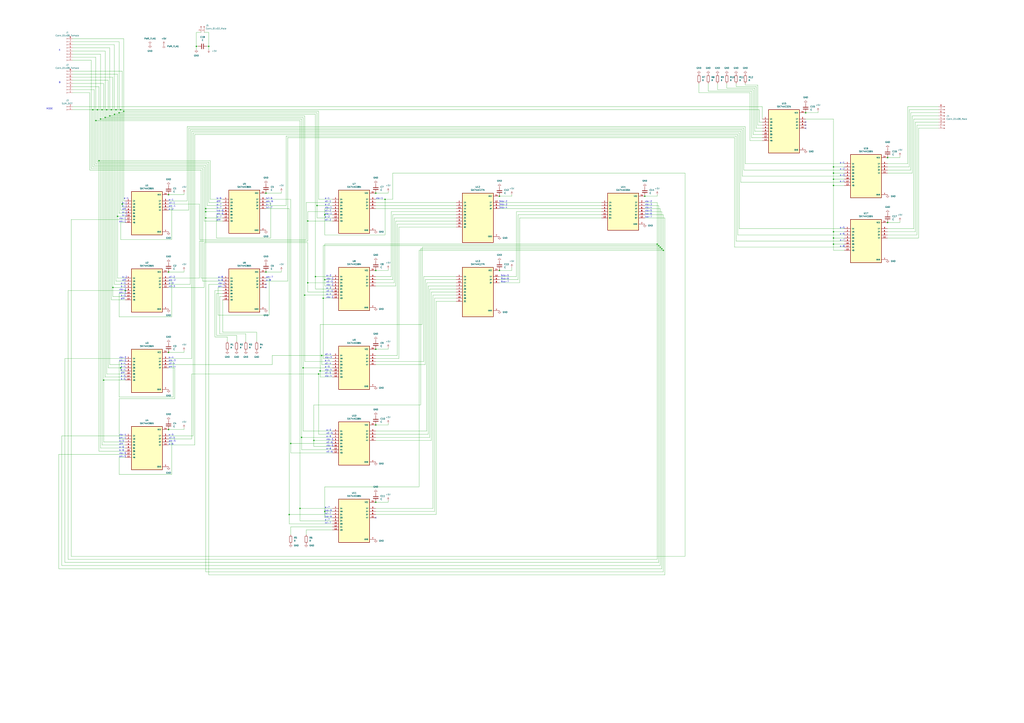
<source format=kicad_sch>
(kicad_sch (version 20211123) (generator eeschema)
  (paper "A1")
  (junction (at 257.81 361.95))
  (junction (at 99.06 302.26))
  (junction (at 544.83 205.74))
  (junction (at 93.98 93.98))
  (junction (at 250.19 242.57))
  (junction (at 266.7 420.37))
  (junction (at 95.25 90.17))
  (junction (at 262.89 304.8))
  (junction (at 91.44 90.17))
  (junction (at 308.61 287.02))
  (junction (at 728.98 182.88))
  (junction (at 684.53 190.5))
  (junction (at 266.7 176.53))
  (junction (at 138.43 353.06))
  (junction (at 76.2 90.17))
  (junction (at 542.29 203.2))
  (junction (at 161.29 38.1))
  (junction (at 168.91 173.99))
  (junction (at 80.01 90.17))
  (junction (at 265.43 245.11))
  (junction (at 81.28 132.08))
  (junction (at 684.53 195.58))
  (junction (at 541.02 201.93))
  (junction (at 308.61 349.25))
  (junction (at 684.53 147.32))
  (junction (at 252.73 232.41))
  (junction (at 86.36 96.52))
  (junction (at 78.74 99.06))
  (junction (at 90.17 95.25))
  (junction (at 266.7 229.87))
  (junction (at 138.43 289.56))
  (junction (at 138.43 223.52))
  (junction (at 728.98 129.54))
  (junction (at 684.53 152.4))
  (junction (at 529.59 161.29))
  (junction (at 539.75 200.66))
  (junction (at 264.16 292.1))
  (junction (at 684.53 137.16))
  (junction (at 138.43 160.02))
  (junction (at 259.08 227.33))
  (junction (at 410.21 222.25))
  (junction (at 308.61 412.75))
  (junction (at 85.09 312.42))
  (junction (at 168.91 171.45))
  (junction (at 96.52 177.8))
  (junction (at 308.61 158.75))
  (junction (at 543.56 204.47))
  (junction (at 410.21 161.29))
  (junction (at 168.91 179.07))
  (junction (at 101.6 91.44))
  (junction (at 246.38 417.83))
  (junction (at 218.44 223.52))
  (junction (at 100.33 167.64))
  (junction (at 684.53 200.66))
  (junction (at 261.62 307.34))
  (junction (at 82.55 97.79))
  (junction (at 237.49 422.91))
  (junction (at 218.44 158.75))
  (junction (at 247.65 359.41))
  (junction (at 316.23 163.83))
  (junction (at 252.73 181.61))
  (junction (at 308.61 222.25))
  (junction (at 684.53 142.24))
  (junction (at 83.82 90.17))
  (junction (at 92.71 236.22))
  (junction (at 97.79 92.71))
  (junction (at 661.67 92.71))
  (junction (at 102.87 238.76))
  (junction (at 248.92 302.26))
  (junction (at 238.76 364.49))
  (junction (at 87.63 90.17))
  (junction (at 171.45 38.1))
  (junction (at 260.35 168.91))
  (junction (at 99.06 90.17))
  (no_connect (at 661.67 102.87))
  (no_connect (at 661.67 100.33))
  (no_connect (at 661.67 105.41))
  (no_connect (at 218.44 236.22))
  (no_connect (at 308.61 425.45))
  (no_connect (at 218.44 233.68))
  (wire (pts (xy 80.01 133.35) (xy 80.01 90.17)))
  (wire (pts (xy 77.47 135.89) (xy 77.47 73.66)))
  (wire (pts (xy 86.36 309.88) (xy 86.36 96.52)))
  (wire (pts (xy 87.63 90.17) (xy 91.44 90.17)))
  (wire (pts (xy 542.29 464.82) (xy 542.29 203.2)))
  (wire (pts (xy 95.25 90.17) (xy 99.06 90.17)))
  (wire (pts (xy 85.09 68.58) (xy 59.69 68.58)))
  (wire (pts (xy 346.71 266.7) (xy 262.89 266.7)))
  (wire (pts (xy 544.83 176.53) (xy 544.83 205.74)))
  (wire (pts (xy 316.23 163.83) (xy 316.23 193.04)))
  (wire (pts (xy 161.29 38.1) (xy 161.29 40.64)))
  (wire (pts (xy 251.46 196.85) (xy 251.46 166.37)))
  (wire (pts (xy 273.05 356.87) (xy 261.62 356.87)))
  (wire (pts (xy 746.76 90.17) (xy 770.89 90.17)))
  (wire (pts (xy 626.11 102.87) (xy 622.3 102.87)))
  (wire (pts (xy 426.72 232.41) (xy 426.72 179.07)))
  (wire (pts (xy 99.06 182.88) (xy 102.87 182.88)))
  (wire (pts (xy 165.1 228.6) (xy 165.1 139.7)))
  (wire (pts (xy 234.95 111.76) (xy 604.52 111.76)))
  (wire (pts (xy 321.31 173.99) (xy 374.65 173.99)))
  (wire (pts (xy 74.93 49.53) (xy 59.69 49.53)))
  (wire (pts (xy 318.77 411.48) (xy 318.77 412.75)))
  (wire (pts (xy 612.14 134.62) (xy 693.42 134.62)))
  (wire (pts (xy 608.33 149.86) (xy 693.42 149.86)))
  (wire (pts (xy 749.3 95.25) (xy 770.89 95.25)))
  (wire (pts (xy 753.11 193.04) (xy 753.11 102.87)))
  (wire (pts (xy 180.34 274.32) (xy 201.93 274.32)))
  (wire (pts (xy 728.98 142.24) (xy 749.3 142.24)))
  (wire (pts (xy 82.55 368.3) (xy 82.55 97.79)))
  (wire (pts (xy 223.52 299.72) (xy 138.43 299.72)))
  (wire (pts (xy 326.39 184.15) (xy 374.65 184.15)))
  (wire (pts (xy 140.97 260.35) (xy 97.79 260.35)))
  (wire (pts (xy 102.87 243.84) (xy 92.71 243.84)))
  (wire (pts (xy 78.74 99.06) (xy 78.74 46.99)))
  (wire (pts (xy 102.87 363.22) (xy 85.09 363.22)))
  (wire (pts (xy 102.87 365.76) (xy 83.82 365.76)))
  (wire (pts (xy 55.88 238.76) (xy 55.88 459.74)))
  (wire (pts (xy 257.81 332.74) (xy 257.81 361.95)))
  (wire (pts (xy 605.79 193.04) (xy 693.42 193.04)))
  (wire (pts (xy 97.79 360.68) (xy 102.87 360.68)))
  (wire (pts (xy 541.02 168.91) (xy 541.02 201.93)))
  (wire (pts (xy 247.65 97.79) (xy 82.55 97.79)))
  (wire (pts (xy 58.42 457.2) (xy 562.61 457.2)))
  (wire (pts (xy 529.59 173.99) (xy 543.56 173.99)))
  (wire (pts (xy 171.45 26.67) (xy 171.45 38.1)))
  (wire (pts (xy 543.56 173.99) (xy 543.56 204.47)))
  (wire (pts (xy 138.43 363.22) (xy 140.97 363.22)))
  (wire (pts (xy 157.48 107.95) (xy 608.33 107.95)))
  (wire (pts (xy 308.61 354.33) (xy 350.52 354.33)))
  (wire (pts (xy 163.83 167.64) (xy 163.83 196.85)))
  (wire (pts (xy 248.92 354.33) (xy 248.92 302.26)))
  (wire (pts (xy 172.72 163.83) (xy 172.72 132.08)))
  (wire (pts (xy 420.37 219.71) (xy 420.37 222.25)))
  (wire (pts (xy 541.02 201.93) (xy 265.43 201.93)))
  (wire (pts (xy 138.43 360.68) (xy 157.48 360.68)))
  (wire (pts (xy 539.75 161.29) (xy 529.59 161.29)))
  (wire (pts (xy 562.61 142.24) (xy 322.58 142.24)))
  (wire (pts (xy 91.44 90.17) (xy 95.25 90.17)))
  (wire (pts (xy 684.53 147.32) (xy 693.42 147.32)))
  (wire (pts (xy 81.28 370.84) (xy 81.28 132.08)))
  (wire (pts (xy 621.03 71.12) (xy 604.52 71.12)))
  (wire (pts (xy 609.6 144.78) (xy 693.42 144.78)))
  (wire (pts (xy 259.08 227.33) (xy 259.08 93.98)))
  (wire (pts (xy 273.05 425.45) (xy 266.7 425.45)))
  (wire (pts (xy 97.79 175.26) (xy 97.79 92.71)))
  (wire (pts (xy 273.05 354.33) (xy 248.92 354.33)))
  (wire (pts (xy 151.13 288.29) (xy 151.13 289.56)))
  (wire (pts (xy 172.72 132.08) (xy 81.28 132.08)))
  (wire (pts (xy 543.56 467.36) (xy 543.56 204.47)))
  (wire (pts (xy 163.83 196.85) (xy 251.46 196.85)))
  (wire (pts (xy 544.83 205.74) (xy 344.17 205.74)))
  (wire (pts (xy 542.29 171.45) (xy 542.29 203.2)))
  (wire (pts (xy 138.43 165.1) (xy 153.67 165.1)))
  (wire (pts (xy 273.05 433.07) (xy 238.76 433.07)))
  (wire (pts (xy 138.43 172.72) (xy 154.94 172.72)))
  (wire (pts (xy 610.87 105.41) (xy 610.87 139.7)))
  (wire (pts (xy 539.75 459.74) (xy 539.75 200.66)))
  (wire (pts (xy 308.61 292.1) (xy 326.39 292.1)))
  (wire (pts (xy 102.87 309.88) (xy 86.36 309.88)))
  (wire (pts (xy 259.08 237.49) (xy 259.08 227.33)))
  (wire (pts (xy 102.87 299.72) (xy 90.17 299.72)))
  (wire (pts (xy 608.33 107.95) (xy 608.33 149.86)))
  (wire (pts (xy 260.35 92.71) (xy 97.79 92.71)))
  (wire (pts (xy 308.61 297.18) (xy 347.98 297.18)))
  (wire (pts (xy 102.87 238.76) (xy 55.88 238.76)))
  (wire (pts (xy 252.73 173.99) (xy 273.05 173.99)))
  (wire (pts (xy 318.77 222.25) (xy 308.61 222.25)))
  (wire (pts (xy 542.29 203.2) (xy 346.71 203.2)))
  (wire (pts (xy 220.98 259.08) (xy 179.07 259.08)))
  (wire (pts (xy 252.73 240.03) (xy 252.73 232.41)))
  (wire (pts (xy 615.95 115.57) (xy 615.95 76.2)))
  (wire (pts (xy 684.53 142.24) (xy 693.42 142.24)))
  (wire (pts (xy 684.53 190.5) (xy 684.53 195.58)))
  (wire (pts (xy 157.48 307.34) (xy 261.62 307.34)))
  (wire (pts (xy 166.37 138.43) (xy 166.37 231.14)))
  (wire (pts (xy 251.46 166.37) (xy 273.05 166.37)))
  (wire (pts (xy 102.87 175.26) (xy 97.79 175.26)))
  (wire (pts (xy 426.72 179.07) (xy 494.03 179.07)))
  (wire (pts (xy 138.43 302.26) (xy 143.51 302.26)))
  (wire (pts (xy 273.05 237.49) (xy 259.08 237.49)))
  (wire (pts (xy 101.6 31.75) (xy 59.69 31.75)))
  (wire (pts (xy 138.43 231.14) (xy 140.97 231.14)))
  (wire (pts (xy 250.19 297.18) (xy 250.19 242.57)))
  (wire (pts (xy 138.43 236.22) (xy 167.64 236.22)))
  (wire (pts (xy 739.14 182.88) (xy 728.98 182.88)))
  (wire (pts (xy 410.21 227.33) (xy 424.18 227.33)))
  (wire (pts (xy 619.76 107.95) (xy 619.76 72.39)))
  (wire (pts (xy 97.79 375.92) (xy 102.87 375.92)))
  (wire (pts (xy 82.55 44.45) (xy 59.69 44.45)))
  (wire (pts (xy 59.69 87.63) (xy 626.11 87.63)))
  (wire (pts (xy 693.42 195.58) (xy 684.53 195.58)))
  (wire (pts (xy 138.43 228.6) (xy 163.83 228.6)))
  (wire (pts (xy 410.21 232.41) (xy 426.72 232.41)))
  (wire (pts (xy 308.61 171.45) (xy 374.65 171.45)))
  (wire (pts (xy 182.88 241.3) (xy 177.8 241.3)))
  (wire (pts (xy 308.61 356.87) (xy 351.79 356.87)))
  (wire (pts (xy 168.91 173.99) (xy 168.91 179.07)))
  (wire (pts (xy 182.88 273.05) (xy 210.82 273.05)))
  (wire (pts (xy 322.58 176.53) (xy 374.65 176.53)))
  (wire (pts (xy 222.25 195.58) (xy 177.8 195.58)))
  (wire (pts (xy 170.18 134.62) (xy 78.74 134.62)))
  (wire (pts (xy 622.3 102.87) (xy 622.3 69.85)))
  (wire (pts (xy 728.98 139.7) (xy 748.03 139.7)))
  (wire (pts (xy 138.43 365.76) (xy 160.02 365.76)))
  (wire (pts (xy 102.87 228.6) (xy 96.52 228.6)))
  (wire (pts (xy 92.71 63.5) (xy 59.69 63.5)))
  (wire (pts (xy 166.37 231.14) (xy 182.88 231.14)))
  (wire (pts (xy 59.69 90.17) (xy 76.2 90.17)))
  (wire (pts (xy 182.88 181.61) (xy 167.64 181.61)))
  (wire (pts (xy 603.25 203.2) (xy 693.42 203.2)))
  (wire (pts (xy 618.49 73.66) (xy 589.28 73.66)))
  (wire (pts (xy 261.62 163.83) (xy 261.62 91.44)))
  (wire (pts (xy 610.87 139.7) (xy 693.42 139.7)))
  (wire (pts (xy 182.88 171.45) (xy 168.91 171.45)))
  (wire (pts (xy 539.75 160.02) (xy 539.75 161.29)))
  (wire (pts (xy 344.17 400.05) (xy 266.7 400.05)))
  (wire (pts (xy 177.8 241.3) (xy 177.8 275.59)))
  (wire (pts (xy 93.98 93.98) (xy 93.98 36.83)))
  (wire (pts (xy 410.21 166.37) (xy 494.03 166.37)))
  (wire (pts (xy 541.02 462.28) (xy 541.02 201.93)))
  (wire (pts (xy 82.55 97.79) (xy 82.55 44.45)))
  (wire (pts (xy 222.25 166.37) (xy 222.25 195.58)))
  (wire (pts (xy 262.89 309.88) (xy 262.89 304.8)))
  (wire (pts (xy 308.61 163.83) (xy 316.23 163.83)))
  (wire (pts (xy 167.64 181.61) (xy 167.64 137.16)))
  (wire (pts (xy 589.28 73.66) (xy 589.28 68.58)))
  (wire (pts (xy 247.65 359.41) (xy 247.65 97.79)))
  (wire (pts (xy 581.66 74.93) (xy 581.66 68.58)))
  (wire (pts (xy 671.83 91.44) (xy 671.83 92.71)))
  (wire (pts (xy 273.05 179.07) (xy 260.35 179.07)))
  (wire (pts (xy 167.64 137.16) (xy 76.2 137.16)))
  (wire (pts (xy 250.19 242.57) (xy 250.19 95.25)))
  (wire (pts (xy 99.06 304.8) (xy 99.06 302.26)))
  (wire (pts (xy 273.05 359.41) (xy 247.65 359.41)))
  (wire (pts (xy 85.09 363.22) (xy 85.09 312.42)))
  (wire (pts (xy 745.49 134.62) (xy 745.49 87.63)))
  (wire (pts (xy 308.61 294.64) (xy 327.66 294.64)))
  (wire (pts (xy 236.22 113.03) (xy 603.25 113.03)))
  (wire (pts (xy 604.52 111.76) (xy 604.52 198.12)))
  (wire (pts (xy 58.42 180.34) (xy 102.87 180.34)))
  (wire (pts (xy 684.53 142.24) (xy 684.53 147.32)))
  (wire (pts (xy 626.11 113.03) (xy 617.22 113.03)))
  (wire (pts (xy 684.53 137.16) (xy 684.53 142.24)))
  (wire (pts (xy 410.21 229.87) (xy 425.45 229.87)))
  (wire (pts (xy 273.05 242.57) (xy 250.19 242.57)))
  (wire (pts (xy 751.84 100.33) (xy 770.89 100.33)))
  (wire (pts (xy 273.05 299.72) (xy 264.16 299.72)))
  (wire (pts (xy 246.38 427.99) (xy 246.38 417.83)))
  (wire (pts (xy 154.94 172.72) (xy 154.94 105.41)))
  (wire (pts (xy 754.38 105.41) (xy 770.89 105.41)))
  (wire (pts (xy 210.82 273.05) (xy 210.82 280.67)))
  (wire (pts (xy 273.05 364.49) (xy 238.76 364.49)))
  (wire (pts (xy 97.79 34.29) (xy 59.69 34.29)))
  (wire (pts (xy 157.48 294.64) (xy 157.48 107.95)))
  (wire (pts (xy 48.26 467.36) (xy 543.56 467.36)))
  (wire (pts (xy 102.87 302.26) (xy 99.06 302.26)))
  (wire (pts (xy 273.05 302.26) (xy 248.92 302.26)))
  (wire (pts (xy 745.49 87.63) (xy 770.89 87.63)))
  (wire (pts (xy 425.45 176.53) (xy 494.03 176.53)))
  (wire (pts (xy 92.71 236.22) (xy 92.71 63.5)))
  (wire (pts (xy 59.69 71.12) (xy 81.28 71.12)))
  (wire (pts (xy 182.88 246.38) (xy 182.88 273.05)))
  (wire (pts (xy 182.88 166.37) (xy 171.45 166.37)))
  (wire (pts (xy 308.61 234.95) (xy 325.12 234.95)))
  (wire (pts (xy 165.1 228.6) (xy 182.88 228.6)))
  (wire (pts (xy 684.53 190.5) (xy 693.42 190.5)))
  (wire (pts (xy 265.43 294.64) (xy 265.43 245.11)))
  (wire (pts (xy 182.88 179.07) (xy 168.91 179.07)))
  (wire (pts (xy 168.91 171.45) (xy 168.91 173.99)))
  (wire (pts (xy 739.14 129.54) (xy 728.98 129.54)))
  (wire (pts (xy 318.77 287.02) (xy 308.61 287.02)))
  (wire (pts (xy 101.6 165.1) (xy 101.6 91.44)))
  (wire (pts (xy 102.87 177.8) (xy 96.52 177.8)))
  (wire (pts (xy 617.22 74.93) (xy 581.66 74.93)))
  (wire (pts (xy 166.37 138.43) (xy 74.93 138.43)))
  (wire (pts (xy 748.03 92.71) (xy 770.89 92.71)))
  (wire (pts (xy 151.13 222.25) (xy 151.13 223.52)))
  (wire (pts (xy 231.14 222.25) (xy 231.14 223.52)))
  (wire (pts (xy 323.85 179.07) (xy 374.65 179.07)))
  (wire (pts (xy 266.7 425.45) (xy 266.7 420.37)))
  (wire (pts (xy 612.14 104.14) (xy 612.14 134.62)))
  (wire (pts (xy 248.92 96.52) (xy 86.36 96.52)))
  (wire (pts (xy 140.97 196.85) (xy 99.06 196.85)))
  (wire (pts (xy 161.29 26.67) (xy 161.29 38.1)))
  (wire (pts (xy 273.05 294.64) (xy 265.43 294.64)))
  (wire (pts (xy 99.06 302.26) (xy 88.9 302.26)))
  (wire (pts (xy 264.16 299.72) (xy 264.16 292.1)))
  (wire (pts (xy 356.87 245.11) (xy 374.65 245.11)))
  (wire (pts (xy 218.44 231.14) (xy 236.22 231.14)))
  (wire (pts (xy 420.37 161.29) (xy 410.21 161.29)))
  (wire (pts (xy 546.1 472.44) (xy 546.1 179.07)))
  (wire (pts (xy 266.7 200.66) (xy 539.75 200.66)))
  (wire (pts (xy 74.93 138.43) (xy 74.93 49.53)))
  (wire (pts (xy 273.05 369.57) (xy 247.65 369.57)))
  (wire (pts (xy 308.61 359.41) (xy 353.06 359.41)))
  (wire (pts (xy 358.14 422.91) (xy 358.14 247.65)))
  (wire (pts (xy 622.3 69.85) (xy 612.14 69.85)))
  (wire (pts (xy 326.39 292.1) (xy 326.39 184.15)))
  (wire (pts (xy 410.21 171.45) (xy 494.03 171.45)))
  (wire (pts (xy 90.17 39.37) (xy 59.69 39.37)))
  (wire (pts (xy 102.87 312.42) (xy 85.09 312.42)))
  (wire (pts (xy 349.25 299.72) (xy 349.25 229.87)))
  (wire (pts (xy 349.25 229.87) (xy 374.65 229.87)))
  (wire (pts (xy 728.98 193.04) (xy 753.11 193.04)))
  (wire (pts (xy 607.06 187.96) (xy 693.42 187.96)))
  (wire (pts (xy 87.63 307.34) (xy 87.63 90.17)))
  (wire (pts (xy 273.05 227.33) (xy 259.08 227.33)))
  (wire (pts (xy 260.35 179.07) (xy 260.35 168.91)))
  (wire (pts (xy 186.69 276.86) (xy 186.69 280.67)))
  (wire (pts (xy 750.57 97.79) (xy 770.89 97.79)))
  (wire (pts (xy 83.82 90.17) (xy 83.82 365.76)))
  (wire (pts (xy 167.64 26.67) (xy 171.45 26.67)))
  (wire (pts (xy 247.65 369.57) (xy 247.65 359.41)))
  (wire (pts (xy 165.1 139.7) (xy 73.66 139.7)))
  (wire (pts (xy 684.53 152.4) (xy 693.42 152.4)))
  (wire (pts (xy 142.24 297.18) (xy 142.24 326.39)))
  (wire (pts (xy 356.87 420.37) (xy 356.87 245.11)))
  (wire (pts (xy 93.98 233.68) (xy 93.98 93.98)))
  (wire (pts (xy 266.7 176.53) (xy 273.05 176.53)))
  (wire (pts (xy 73.66 76.2) (xy 59.69 76.2)))
  (wire (pts (xy 100.33 170.18) (xy 100.33 167.64)))
  (wire (pts (xy 167.64 236.22) (xy 167.64 199.39)))
  (wire (pts (xy 617.22 113.03) (xy 617.22 74.93)))
  (wire (pts (xy 53.34 294.64) (xy 53.34 462.28)))
  (wire (pts (xy 252.73 181.61) (xy 252.73 173.99)))
  (wire (pts (xy 351.79 356.87) (xy 351.79 234.95)))
  (wire (pts (xy 76.2 90.17) (xy 80.01 90.17)))
  (wire (pts (xy 308.61 420.37) (xy 356.87 420.37)))
  (wire (pts (xy 160.02 365.76) (xy 160.02 110.49)))
  (wire (pts (xy 151.13 158.75) (xy 151.13 160.02)))
  (wire (pts (xy 182.88 168.91) (xy 170.18 168.91)))
  (wire (pts (xy 355.6 242.57) (xy 374.65 242.57)))
  (wire (pts (xy 55.88 459.74) (xy 539.75 459.74)))
  (wire (pts (xy 273.05 229.87) (xy 266.7 229.87)))
  (wire (pts (xy 237.49 430.53) (xy 237.49 422.91)))
  (wire (pts (xy 99.06 90.17) (xy 623.57 90.17)))
  (wire (pts (xy 603.25 113.03) (xy 603.25 203.2)))
  (wire (pts (xy 194.31 275.59) (xy 194.31 280.67)))
  (wire (pts (xy 59.69 41.91) (xy 86.36 41.91)))
  (wire (pts (xy 218.44 228.6) (xy 220.98 228.6)))
  (wire (pts (xy 308.61 166.37) (xy 374.65 166.37)))
  (wire (pts (xy 170.18 38.1) (xy 171.45 38.1)))
  (wire (pts (xy 318.77 220.98) (xy 318.77 222.25)))
  (wire (pts (xy 182.88 243.84) (xy 180.34 243.84)))
  (wire (pts (xy 684.53 200.66) (xy 684.53 205.74)))
  (wire (pts (xy 171.45 133.35) (xy 80.01 133.35)))
  (wire (pts (xy 529.59 168.91) (xy 541.02 168.91)))
  (wire (pts (xy 138.43 167.64) (xy 163.83 167.64)))
  (wire (pts (xy 619.76 72.39) (xy 596.9 72.39)))
  (wire (pts (xy 156.21 233.68) (xy 156.21 106.68)))
  (wire (pts (xy 140.97 231.14) (xy 140.97 260.35)))
  (wire (pts (xy 750.57 187.96) (xy 750.57 97.79)))
  (wire (pts (xy 539.75 166.37) (xy 529.59 166.37)))
  (wire (pts (xy 154.94 105.41) (xy 610.87 105.41)))
  (wire (pts (xy 318.77 347.98) (xy 318.77 349.25)))
  (wire (pts (xy 273.05 422.91) (xy 237.49 422.91)))
  (wire (pts (xy 273.05 234.95) (xy 266.7 234.95)))
  (wire (pts (xy 266.7 193.04) (xy 266.7 176.53)))
  (wire (pts (xy 261.62 356.87) (xy 261.62 307.34)))
  (wire (pts (xy 273.05 163.83) (xy 261.62 163.83)))
  (wire (pts (xy 261.62 91.44) (xy 101.6 91.44)))
  (wire (pts (xy 347.98 297.18) (xy 347.98 227.33)))
  (wire (pts (xy 609.6 106.68) (xy 609.6 144.78)))
  (wire (pts (xy 73.66 139.7) (xy 73.66 76.2)))
  (wire (pts (xy 102.87 368.3) (xy 82.55 368.3)))
  (wire (pts (xy 626.11 110.49) (xy 618.49 110.49)))
  (wire (pts (xy 162.56 38.1) (xy 161.29 38.1)))
  (wire (pts (xy 231.14 157.48) (xy 231.14 158.75)))
  (wire (pts (xy 684.53 205.74) (xy 693.42 205.74)))
  (wire (pts (xy 318.77 412.75) (xy 308.61 412.75)))
  (wire (pts (xy 177.8 195.58) (xy 177.8 176.53)))
  (wire (pts (xy 237.49 171.45) (xy 218.44 171.45)))
  (wire (pts (xy 739.14 128.27) (xy 739.14 129.54)))
  (wire (pts (xy 177.8 176.53) (xy 182.88 176.53)))
  (wire (pts (xy 420.37 160.02) (xy 420.37 161.29)))
  (wire (pts (xy 529.59 171.45) (xy 542.29 171.45)))
  (wire (pts (xy 273.05 292.1) (xy 264.16 292.1)))
  (wire (pts (xy 238.76 433.07) (xy 238.76 439.42)))
  (wire (pts (xy 322.58 163.83) (xy 316.23 163.83)))
  (wire (pts (xy 179.07 259.08) (xy 179.07 236.22)))
  (wire (pts (xy 165.1 26.67) (xy 161.29 26.67)))
  (wire (pts (xy 138.43 223.52) (xy 151.13 223.52)))
  (wire (pts (xy 234.95 168.91) (xy 234.95 111.76)))
  (wire (pts (xy 265.43 201.93) (xy 265.43 245.11)))
  (wire (pts (xy 238.76 364.49) (xy 238.76 163.83)))
  (wire (pts (xy 273.05 309.88) (xy 262.89 309.88)))
  (wire (pts (xy 96.52 177.8) (xy 96.52 60.96)))
  (wire (pts (xy 95.25 90.17) (xy 95.25 231.14)))
  (wire (pts (xy 607.06 109.22) (xy 607.06 187.96)))
  (wire (pts (xy 93.98 36.83) (xy 59.69 36.83)))
  (wire (pts (xy 273.05 430.53) (xy 237.49 430.53)))
  (wire (pts (xy 266.7 400.05) (xy 266.7 420.37)))
  (wire (pts (xy 684.53 152.4) (xy 684.53 190.5)))
  (wire (pts (xy 171.45 472.44) (xy 546.1 472.44)))
  (wire (pts (xy 163.83 228.6) (xy 163.83 198.12)))
  (wire (pts (xy 48.26 373.38) (xy 48.26 467.36)))
  (wire (pts (xy 160.02 110.49) (xy 605.79 110.49)))
  (wire (pts (xy 246.38 99.06) (xy 78.74 99.06)))
  (wire (pts (xy 238.76 372.11) (xy 238.76 364.49)))
  (wire (pts (xy 99.06 90.17) (xy 99.06 172.72)))
  (wire (pts (xy 748.03 139.7) (xy 748.03 92.71)))
  (wire (pts (xy 102.87 304.8) (xy 99.06 304.8)))
  (wire (pts (xy 596.9 72.39) (xy 596.9 68.58)))
  (wire (pts (xy 327.66 294.64) (xy 327.66 186.69)))
  (wire (pts (xy 100.33 58.42) (xy 59.69 58.42)))
  (wire (pts (xy 158.75 358.14) (xy 158.75 109.22)))
  (wire (pts (xy 81.28 132.08) (xy 81.28 71.12)))
  (wire (pts (xy 140.97 363.22) (xy 140.97 389.89)))
  (wire (pts (xy 140.97 170.18) (xy 140.97 196.85)))
  (wire (pts (xy 626.11 105.41) (xy 621.03 105.41)))
  (wire (pts (xy 102.87 167.64) (xy 100.33 167.64)))
  (wire (pts (xy 739.14 181.61) (xy 739.14 182.88)))
  (wire (pts (xy 250.19 95.25) (xy 90.17 95.25)))
  (wire (pts (xy 728.98 134.62) (xy 745.49 134.62)))
  (wire (pts (xy 252.73 198.12) (xy 252.73 181.61)))
  (wire (pts (xy 50.8 464.82) (xy 542.29 464.82)))
  (wire (pts (xy 273.05 297.18) (xy 250.19 297.18)))
  (wire (pts (xy 325.12 234.95) (xy 325.12 181.61)))
  (wire (pts (xy 218.44 158.75) (xy 231.14 158.75)))
  (wire (pts (xy 316.23 193.04) (xy 266.7 193.04)))
  (wire (pts (xy 252.73 199.39) (xy 252.73 232.41)))
  (wire (pts (xy 238.76 163.83) (xy 218.44 163.83)))
  (wire (pts (xy 168.91 171.45) (xy 168.91 135.89)))
  (wire (pts (xy 138.43 358.14) (xy 158.75 358.14)))
  (wire (pts (xy 353.06 359.41) (xy 353.06 237.49)))
  (wire (pts (xy 345.44 332.74) (xy 257.81 332.74)))
  (wire (pts (xy 751.84 190.5) (xy 751.84 100.33)))
  (wire (pts (xy 257.81 361.95) (xy 273.05 361.95)))
  (wire (pts (xy 182.88 163.83) (xy 172.72 163.83)))
  (wire (pts (xy 318.77 157.48) (xy 318.77 158.75)))
  (wire (pts (xy 684.53 200.66) (xy 693.42 200.66)))
  (wire (pts (xy 53.34 294.64) (xy 102.87 294.64)))
  (wire (pts (xy 754.38 195.58) (xy 754.38 105.41)))
  (wire (pts (xy 273.05 168.91) (xy 260.35 168.91)))
  (wire (pts (xy 76.2 137.16) (xy 76.2 90.17)))
  (wire (pts (xy 273.05 367.03) (xy 257.81 367.03)))
  (wire (pts (xy 308.61 422.91) (xy 358.14 422.91)))
  (wire (pts (xy 220.98 228.6) (xy 220.98 259.08)))
  (wire (pts (xy 156.21 106.68) (xy 609.6 106.68)))
  (wire (pts (xy 86.36 96.52) (xy 86.36 41.91)))
  (wire (pts (xy 266.7 420.37) (xy 273.05 420.37)))
  (wire (pts (xy 50.8 358.14) (xy 50.8 464.82)))
  (wire (pts (xy 97.79 389.89) (xy 97.79 375.92)))
  (wire (pts (xy 266.7 229.87) (xy 266.7 200.66)))
  (wire (pts (xy 424.18 227.33) (xy 424.18 173.99)))
  (wire (pts (xy 424.18 173.99) (xy 494.03 173.99)))
  (wire (pts (xy 85.09 312.42) (xy 85.09 68.58)))
  (wire (pts (xy 308.61 299.72) (xy 349.25 299.72)))
  (wire (pts (xy 97.79 241.3) (xy 102.87 241.3)))
  (wire (pts (xy 262.89 304.8) (xy 273.05 304.8)))
  (wire (pts (xy 266.7 176.53) (xy 266.7 171.45)))
  (wire (pts (xy 182.88 238.76) (xy 176.53 238.76)))
  (wire (pts (xy 157.48 360.68) (xy 157.48 307.34)))
  (wire (pts (xy 350.52 232.41) (xy 374.65 232.41)))
  (wire (pts (xy 97.79 260.35) (xy 97.79 241.3)))
  (wire (pts (xy 543.56 204.47) (xy 345.44 204.47)))
  (wire (pts (xy 237.49 422.91) (xy 237.49 171.45)))
  (wire (pts (xy 684.53 195.58) (xy 684.53 200.66)))
  (wire (pts (xy 308.61 168.91) (xy 374.65 168.91)))
  (wire (pts (xy 318.77 158.75) (xy 308.61 158.75)))
  (wire (pts (xy 218.44 168.91) (xy 234.95 168.91)))
  (wire (pts (xy 661.67 97.79) (xy 684.53 97.79)))
  (wire (pts (xy 102.87 373.38) (xy 48.26 373.38)))
  (wire (pts (xy 102.87 165.1) (xy 101.6 165.1)))
  (wire (pts (xy 261.62 307.34) (xy 273.05 307.34)))
  (wire (pts (xy 355.6 417.83) (xy 355.6 242.57)))
  (wire (pts (xy 158.75 109.22) (xy 607.06 109.22)))
  (wire (pts (xy 544.83 469.9) (xy 544.83 205.74)))
  (wire (pts (xy 104.14 238.76) (xy 102.87 238.76)))
  (wire (pts (xy 604.52 71.12) (xy 604.52 68.58)))
  (wire (pts (xy 248.92 302.26) (xy 248.92 96.52)))
  (wire (pts (xy 749.3 142.24) (xy 749.3 95.25)))
  (wire (pts (xy 539.75 200.66) (xy 539.75 166.37)))
  (wire (pts (xy 626.11 87.63) (xy 626.11 97.79)))
  (wire (pts (xy 102.87 358.14) (xy 50.8 358.14)))
  (wire (pts (xy 265.43 245.11) (xy 273.05 245.11)))
  (wire (pts (xy 684.53 147.32) (xy 684.53 152.4)))
  (wire (pts (xy 308.61 229.87) (xy 322.58 229.87)))
  (wire (pts (xy 90.17 299.72) (xy 90.17 95.25)))
  (wire (pts (xy 273.05 417.83) (xy 246.38 417.83)))
  (wire (pts (xy 171.45 166.37) (xy 171.45 133.35)))
  (wire (pts (xy 273.05 435.61) (xy 251.46 435.61)))
  (wire (pts (xy 138.43 233.68) (xy 156.21 233.68)))
  (wire (pts (xy 218.44 223.52) (xy 231.14 223.52)))
  (wire (pts (xy 353.06 237.49) (xy 374.65 237.49)))
  (wire (pts (xy 308.61 227.33) (xy 321.31 227.33)))
  (wire (pts (xy 102.87 231.14) (xy 95.25 231.14)))
  (wire (pts (xy 420.37 222.25) (xy 410.21 222.25)))
  (wire (pts (xy 346.71 203.2) (xy 346.71 266.7)))
  (wire (pts (xy 273.05 240.03) (xy 252.73 240.03)))
  (wire (pts (xy 171.45 233.68) (xy 171.45 472.44)))
  (wire (pts (xy 153.67 165.1) (xy 153.67 104.14)))
  (wire (pts (xy 140.97 389.89) (xy 97.79 389.89)))
  (wire (pts (xy 246.38 417.83) (xy 246.38 99.06)))
  (wire (pts (xy 171.45 38.1) (xy 171.45 40.64)))
  (wire (pts (xy 102.87 172.72) (xy 99.06 172.72)))
  (wire (pts (xy 142.24 326.39) (xy 97.79 326.39)))
  (wire (pts (xy 574.04 76.2) (xy 574.04 68.58)))
  (wire (pts (xy 58.42 180.34) (xy 58.42 457.2)))
  (wire (pts (xy 83.82 90.17) (xy 87.63 90.17)))
  (wire (pts (xy 351.79 234.95) (xy 374.65 234.95)))
  (wire (pts (xy 218.44 166.37) (xy 222.25 166.37)))
  (wire (pts (xy 425.45 229.87) (xy 425.45 176.53)))
  (wire (pts (xy 753.11 102.87) (xy 770.89 102.87)))
  (wire (pts (xy 562.61 457.2) (xy 562.61 142.24)))
  (wire (pts (xy 308.61 361.95) (xy 354.33 361.95)))
  (wire (pts (xy 354.33 361.95) (xy 354.33 240.03)))
  (wire (pts (xy 138.43 297.18) (xy 142.24 297.18)))
  (wire (pts (xy 546.1 179.07) (xy 529.59 179.07)))
  (wire (pts (xy 223.52 292.1) (xy 223.52 299.72)))
  (wire (pts (xy 251.46 435.61) (xy 251.46 439.42)))
  (wire (pts (xy 322.58 142.24) (xy 322.58 163.83)))
  (wire (pts (xy 138.43 170.18) (xy 140.97 170.18)))
  (wire (pts (xy 623.57 100.33) (xy 626.11 100.33)))
  (wire (pts (xy 77.47 73.66) (xy 59.69 73.66)))
  (wire (pts (xy 138.43 294.64) (xy 157.48 294.64)))
  (wire (pts (xy 99.06 196.85) (xy 99.06 182.88)))
  (wire (pts (xy 143.51 302.26) (xy 143.51 327.66)))
  (wire (pts (xy 138.43 289.56) (xy 151.13 289.56)))
  (wire (pts (xy 273.05 372.11) (xy 238.76 372.11)))
  (wire (pts (xy 728.98 137.16) (xy 746.76 137.16)))
  (wire (pts (xy 88.9 66.04) (xy 59.69 66.04)))
  (wire (pts (xy 88.9 302.26) (xy 88.9 66.04)))
  (wire (pts (xy 177.8 275.59) (xy 194.31 275.59)))
  (wire (pts (xy 92.71 243.84) (xy 92.71 236.22)))
  (wire (pts (xy 78.74 46.99) (xy 59.69 46.99)))
  (wire (pts (xy 325.12 181.61) (xy 374.65 181.61)))
  (wire (pts (xy 168.91 135.89) (xy 77.47 135.89)))
  (wire (pts (xy 102.87 370.84) (xy 81.28 370.84)))
  (wire (pts (xy 529.59 176.53) (xy 544.83 176.53)))
  (wire (pts (xy 201.93 274.32) (xy 201.93 280.67)))
  (wire (pts (xy 684.53 97.79) (xy 684.53 137.16)))
  (wire (pts (xy 327.66 186.69) (xy 374.65 186.69)))
  (wire (pts (xy 308.61 417.83) (xy 355.6 417.83)))
  (wire (pts (xy 180.34 243.84) (xy 180.34 274.32)))
  (wire (pts (xy 318.77 349.25) (xy 308.61 349.25)))
  (wire (pts (xy 318.77 285.75) (xy 318.77 287.02)))
  (wire (pts (xy 321.31 227.33) (xy 321.31 173.99)))
  (wire (pts (xy 182.88 173.99) (xy 168.91 173.99)))
  (wire (pts (xy 97.79 327.66) (xy 97.79 360.68)))
  (wire (pts (xy 671.83 92.71) (xy 661.67 92.71)))
  (wire (pts (xy 612.14 69.85) (xy 612.14 68.58)))
  (wire (pts (xy 623.57 90.17) (xy 623.57 100.33)))
  (wire (pts (xy 102.87 236.22) (xy 92.71 236.22)))
  (wire (pts (xy 143.51 327.66) (xy 97.79 327.66)))
  (wire (pts (xy 358.14 247.65) (xy 374.65 247.65)))
  (wire (pts (xy 410.21 168.91) (xy 494.03 168.91)))
  (wire (pts (xy 684.53 137.16) (xy 693.42 137.16)))
  (wire (pts (xy 345.44 204.47) (xy 345.44 332.74)))
  (wire (pts (xy 626.11 115.57) (xy 615.95 115.57)))
  (wire (pts (xy 621.03 105.41) (xy 621.03 71.12)))
  (wire (pts (xy 605.79 110.49) (xy 605.79 193.04)))
  (wire (pts (xy 354.33 240.03) (xy 374.65 240.03)))
  (wire (pts (xy 264.16 292.1) (xy 223.52 292.1)))
  (wire (pts (xy 176.53 238.76) (xy 176.53 276.86)))
  (wire (pts (xy 102.87 246.38) (xy 91.44 246.38)))
  (wire (pts (xy 257.81 367.03) (xy 257.81 361.95)))
  (wire (pts (xy 728.98 195.58) (xy 754.38 195.58)))
  (wire (pts (xy 252.73 232.41) (xy 273.05 232.41)))
  (wire (pts (xy 266.7 234.95) (xy 266.7 229.87)))
  (wire (pts (xy 96.52 60.96) (xy 59.69 60.96)))
  (wire (pts (xy 102.87 233.68) (xy 93.98 233.68)))
  (wire (pts (xy 90.17 95.25) (xy 90.17 39.37)))
  (wire (pts (xy 170.18 168.91) (xy 170.18 134.62)))
  (wire (pts (xy 168.91 179.07) (xy 168.91 469.9)))
  (wire (pts (xy 615.95 76.2) (xy 574.04 76.2)))
  (wire (pts (xy 259.08 93.98) (xy 93.98 93.98)))
  (wire (pts (xy 179.07 236.22) (xy 182.88 236.22)))
  (wire (pts (xy 746.76 137.16) (xy 746.76 90.17)))
  (wire (pts (xy 262.89 266.7) (xy 262.89 304.8)))
  (wire (pts (xy 151.13 351.79) (xy 151.13 353.06)))
  (wire (pts (xy 618.49 110.49) (xy 618.49 73.66)))
  (wire (pts (xy 626.11 107.95) (xy 619.76 107.95)))
  (wire (pts (xy 100.33 167.64) (xy 100.33 58.42)))
  (wire (pts (xy 102.87 170.18) (xy 100.33 170.18)))
  (wire (pts (xy 167.64 199.39) (xy 252.73 199.39)))
  (wire (pts (xy 96.52 228.6) (xy 96.52 177.8)))
  (wire (pts (xy 182.88 233.68) (xy 171.45 233.68)))
  (wire (pts (xy 323.85 232.41) (xy 323.85 179.07)))
  (wire (pts (xy 97.79 92.71) (xy 97.79 34.29)))
  (wire (pts (xy 53.34 462.28) (xy 541.02 462.28)))
  (wire (pts (xy 322.58 229.87) (xy 322.58 176.53)))
  (wire (pts (xy 347.98 227.33) (xy 374.65 227.33)))
  (wire (pts (xy 260.35 168.91) (xy 260.35 92.71)))
  (wire (pts (xy 80.01 90.17) (xy 83.82 90.17)))
  (wire (pts (xy 78.74 134.62) (xy 78.74 99.06)))
  (wire (pts (xy 266.7 171.45) (xy 273.05 171.45)))
  (wire (pts (xy 153.67 104.14) (xy 612.14 104.14)))
  (wire (pts (xy 252.73 181.61) (xy 273.05 181.61)))
  (wire (pts (xy 101.6 91.44) (xy 101.6 31.75)))
  (wire (pts (xy 344.17 205.74) (xy 344.17 400.05)))
  (wire (pts (xy 273.05 427.99) (xy 246.38 427.99)))
  (wire (pts (xy 236.22 231.14) (xy 236.22 113.03)))
  (wire (pts (xy 91.44 246.38) (xy 91.44 90.17)))
  (wire (pts (xy 97.79 297.18) (xy 102.87 297.18)))
  (wire (pts (xy 168.91 469.9) (xy 544.83 469.9)))
  (wire (pts (xy 138.43 160.02) (xy 151.13 160.02)))
  (wire (pts (xy 176.53 276.86) (xy 186.69 276.86)))
  (wire (pts (xy 163.83 198.12) (xy 252.73 198.12)))
  (wire (pts (xy 102.87 307.34) (xy 87.63 307.34)))
  (wire (pts (xy 97.79 326.39) (xy 97.79 297.18)))
  (wire (pts (xy 138.43 353.06) (xy 151.13 353.06)))
  (wire (pts (xy 728.98 187.96) (xy 750.57 187.96)))
  (wire (pts (xy 308.61 232.41) (xy 323.85 232.41)))
  (wire (pts (xy 728.98 190.5) (xy 751.84 190.5)))
  (wire (pts (xy 350.52 354.33) (xy 350.52 232.41)))
  (wire (pts (xy 604.52 198.12) (xy 693.42 198.12)))
  (text "a-5" (at 267.97 354.33 0) (effects (font (size 1.27 1.27)) (justify left bottom)))
  (text "xto-3" (at 266.7 294.64 0) (effects (font (size 1.27 1.27)) (justify left bottom)))
  (text "MODE" (at 38.1 90.17 0) (effects (font (size 1.27 1.27)) (justify left bottom)))
  (text "xto-3" (at 529.59 168.91 0) (effects (font (size 1.27 1.27)) (justify left bottom)))
  (text "b-4" (at 99.06 302.26 0) (effects (font (size 1.27 1.27)) (justify left bottom)))
  (text "txi-7" (at 218.44 171.45 0) (effects (font (size 1.27 1.27)) (justify left bottom)))
  (text "a-3" (at 267.97 237.49 0) (effects (font (size 1.27 1.27)) (justify left bottom)))
  (text "b-2" (at 100.33 177.8 0) (effects (font (size 1.27 1.27)) (justify left bottom)))
  (text "a-3" (at 267.97 227.33 0) (effects (font (size 1.27 1.27)) (justify left bottom)))
  (text "b-3" (at 99.06 243.84 0) (effects (font (size 1.27 1.27)) (justify left bottom)))
  (text "om-2" (at 97.79 241.3 0) (effects (font (size 1.27 1.27)) (justify left bottom)))
  (text "om-7" (at 218.44 228.6 0) (effects (font (size 1.27 1.27)) (justify left bottom)))
  (text "a-6" (at 267.97 369.57 0) (effects (font (size 1.27 1.27)) (justify left bottom)))
  (text "o-1" (at 689.61 134.62 0) (effects (font (size 1.27 1.27)) (justify left bottom)))
  (text "xto-1" (at 266.7 176.53 0) (effects (font (size 1.27 1.27)) (justify left bottom)))
  (text "b-6" (at 177.8 163.83 0) (effects (font (size 1.27 1.27)) (justify left bottom)))
  (text "xti-5" (at 266.7 307.34 0) (effects (font (size 1.27 1.27)) (justify left bottom)))
  (text "om-6" (at 218.44 166.37 0) (effects (font (size 1.27 1.27)) (justify left bottom)))
  (text "diff" (at 97.79 365.76 0) (effects (font (size 1.27 1.27)) (justify left bottom)))
  (text "xti-2" (at 266.7 173.99 0) (effects (font (size 1.27 1.27)) (justify left bottom)))
  (text "diff" (at 177.8 181.61 0) (effects (font (size 1.27 1.27)) (justify left bottom)))
  (text "!xto-5" (at 411.48 227.33 0) (effects (font (size 1.27 1.27)) (justify left bottom)))
  (text "diff" (at 99.06 307.34 0) (effects (font (size 1.27 1.27)) (justify left bottom)))
  (text "om-2" (at 138.43 231.14 0) (effects (font (size 1.27 1.27)) (justify left bottom)))
  (text "xti-4" (at 138.43 299.72 0) (effects (font (size 1.27 1.27)) (justify left bottom)))
  (text "o-5" (at 689.61 187.96 0) (effects (font (size 1.27 1.27)) (justify left bottom)))
  (text "b-4" (at 99.06 304.8 0) (effects (font (size 1.27 1.27)) (justify left bottom)))
  (text "B" (at 48.26 68.58 0) (effects (font (size 1.27 1.27)) (justify left bottom)))
  (text "txi-7" (at 266.7 430.53 0) (effects (font (size 1.27 1.27)) (justify left bottom)))
  (text "A" (at 48.26 41.91 0) (effects (font (size 1.27 1.27)) (justify left bottom)))
  (text "xti-5" (at 267.97 356.87 0) (effects (font (size 1.27 1.27)) (justify left bottom)))
  (text "b-5" (at 97.79 363.22 0) (effects (font (size 1.27 1.27)) (justify left bottom)))
  (text "a-4" (at 99.06 299.72 0) (effects (font (size 1.27 1.27)) (justify left bottom)))
  (text "a-2" (at 266.7 168.91 0) (effects (font (size 1.27 1.27)) (justify left bottom)))
  (text "om-5" (at 97.79 375.92 0) (effects (font (size 1.27 1.27)) (justify left bottom)))
  (text "om-5" (at 138.43 363.22 0) (effects (font (size 1.27 1.27)) (justify left bottom)))
  (text "o-2" (at 138.43 172.72 0) (effects (font (size 1.27 1.27)) (justify left bottom)))
  (text "xto-5" (at 267.97 367.03 0) (effects (font (size 1.27 1.27)) (justify left bottom)))
  (text "xti-5" (at 138.43 360.68 0) (effects (font (size 1.27 1.27)) (justify left bottom)))
  (text "o-7" (at 689.61 198.12 0) (effects (font (size 1.27 1.27)) (justify left bottom)))
  (text "xto-2" (at 267.97 229.87 0) (effects (font (size 1.27 1.27)) (justify left bottom)))
  (text "a-7" (at 177.8 168.91 0) (effects (font (size 1.27 1.27)) (justify left bottom)))
  (text "a-1" (at 101.6 163.83 0) (effects (font (size 1.27 1.27)) (justify left bottom)))
  (text "o-8" (at 218.44 231.14 0) (effects (font (size 1.27 1.27)) (justify left bottom)))
  (text "o-5" (at 138.43 358.14 0) (effects (font (size 1.27 1.27)) (justify left bottom)))
  (text "xti-3" (at 138.43 236.22 0) (effects (font (size 1.27 1.27)) (justify left bottom)))
  (text "om-3" (at 138.43 297.18 0) (effects (font (size 1.27 1.27)) (justify left bottom)))
  (text "xto-2" (at 97.79 238.76 0) (effects (font (size 1.27 1.27)) (justify left bottom)))
  (text "om-4" (at 138.43 302.26 0) (effects (font (size 1.27 1.27)) (justify left bottom)))
  (text "o-4" (at 689.61 149.86 0) (effects (font (size 1.27 1.27)) (justify left bottom)))
  (text "a-8" (at 179.07 228.6 0) (effects (font (size 1.27 1.27)) (justify left bottom)))
  (text "a-1" (at 266.7 163.83 0) (effects (font (size 1.27 1.27)) (justify left bottom)))
  (text "xti-6" (at 267.97 372.11 0) (effects (font (size 1.27 1.27)) (justify left bottom)))
  (text "xto-5" (at 267.97 361.95 0) (effects (font (size 1.27 1.27)) (justify left bottom)))
  (text "xti-2" (at 138.43 228.6 0) (effects (font (size 1.27 1.27)) (justify left bottom)))
  (text "txo-6" (at 529.59 176.53 0) (effects (font (size 1.27 1.27)) (justify left bottom)))
  (text "b-1\n" (at 100.33 167.64 0) (effects (font (size 1.27 1.27)) (justify left bottom)))
  (text "o-2" (at 689.61 139.7 0) (effects (font (size 1.27 1.27)) (justify left bottom)))
  (text "a-6" (at 267.97 359.41 0) (effects (font (size 1.27 1.27)) (justify left bottom)))
  (text "!txo-7" (at 411.48 232.41 0) (effects (font (size 1.27 1.27)) (justify left bottom)))
  (text "!xto-4" (at 410.21 171.45 0) (effects (font (size 1.27 1.27)) (justify left bottom)))
  (text "b-2" (at 100.33 228.6 0) (effects (font (size 1.27 1.27)) (justify left bottom)))
  (text "b-5" (at 99.06 312.42 0) (effects (font (size 1.27 1.27)) (justify left bottom)))
  (text "diff" (at 100.33 231.14 0) (effects (font (size 1.27 1.27)) (justify left bottom)))
  (text "xti-1" (at 266.7 166.37 0) (effects (font (size 1.27 1.27)) (justify left bottom)))
  (text "txo-7" (at 529.59 179.07 0) (effects (font (size 1.27 1.27)) (justify left bottom)))
  (text "txo-6" (at 266.7 425.45 0) (effects (font (size 1.27 1.27)) (justify left bottom)))
  (text "xto-1" (at 97.79 180.34 0) (effects (font (size 1.27 1.27)) (justify left bottom)))
  (text "o-6" (at 689.61 193.04 0) (effects (font (size 1.27 1.27)) (justify left bottom)))
  (text "xti-4" (at 266.7 299.72 0) (effects (font (size 1.27 1.27)) (justify left bottom)))
  (text "xti-3" (at 267.97 240.03 0) (effects (font (size 1.27 1.27)) (justify left bottom)))
  (text "xto-4" (at 266.7 309.88 0) (effects (font (size 1.27 1.27)) (justify left bottom)))
  (text "b-6" (at 97.79 370.84 0) (effects (font (size 1.27 1.27)) (justify left bottom)))
  (text "om-1" (at 97.79 182.88 0) (effects (font (size 1.27 1.27)) (justify left bottom)))
  (text "o-3" (at 138.43 233.68 0) (effects (font (size 1.27 1.27)) (justify left bottom)))
  (text "txi-7" (at 266.7 422.91 0) (effects (font (size 1.27 1.27)) (justify left bottom)))
  (text "xto-1" (at 308.61 163.83 0) (effects (font (size 1.27 1.27)) (justify left bottom)))
  (text "om-7" (at 179.07 236.22 0) (effects (font (size 1.27 1.27)) (justify left bottom)))
  (text "xto-2" (at 267.97 234.95 0) (effects (font (size 1.27 1.27)) (justify left bottom)))
  (text "txi-6" (at 218.44 163.83 0) (effects (font (size 1.27 1.27)) (justify left bottom)))
  (text "xto-4" (at 529.59 171.45 0) (effects (font (size 1.27 1.27)) (justify left bottom)))
  (text "xto-2" (at 529.59 166.37 0) (effects (font (size 1.27 1.27)) (justify left bottom)))
  (text "o-3" (at 689.61 144.78 0) (effects (font (size 1.27 1.27)) (justify left bottom)))
  (text "txo-6" (at 266.7 420.37 0) (effects (font (size 1.27 1.27)) (justify left bottom)))
  (text "a-7" (at 266.7 417.83 0) (effects (font (size 1.27 1.27)) (justify left bottom)))
  (text "!txo-6" (at 411.48 229.87 0) (effects (font (size 1.27 1.27)) (justify left bottom)))
  (text "a-6" (at 97.79 368.3 0) (effects (font (size 1.27 1.27)) (justify left bottom)))
  (text "a-5" (at 99.06 309.88 0) (effects (font (size 1.27 1.27)) (justify left bottom)))
  (text "om-6" (at 177.8 176.53 0) (effects (font (size 1.27 1.27)) (justify left bottom)))
  (text "a-4" (at 267.97 242.57 0) (effects (font (size 1.27 1.27)) (justify left bottom)))
  (text "!xto-2" (at 410.21 166.37 0) (effects (font (size 1.27 1.27)) (justify left bottom)))
  (text "a-2" (at 266.7 179.07 0) (effects (font (size 1.27 1.27)) (justify left bottom)))
  (text "xto-3" (at 97.79 294.64 0) (effects (font (size 1.27 1.27)) (justify left bottom)))
  (text "xto-7" (at 179.07 233.68 0) (effects (font (size 1.27 1.27)) (justify left bottom)))
  (text "xto-5" (at 97.79 373.38 0) (effects (font (size 1.27 1.27)) (justify left bottom)))
  (text "a-5" (at 266.7 302.26 0) (effects (font (size 1.27 1.27)) (justify left bottom)))
  (text "o-8" (at 689.61 203.2 0) (effects (font (size 1.27 1.27)) (justify left bottom)))
  (text "xto-4" (at 266.7 304.8 0) (effects (font (size 1.27 1.27)) (justify left bottom)))
  (text "b-1\n" (at 100.33 170.18 0) (effects (font (size 1.27 1.27)) (justify left bottom)))
  (text "om-1" (at 138.43 170.18 0) (effects (font (size 1.27 1.27)) (justify left bottom)))
  (text "xto-3" (at 267.97 245.11 0) (effects (font (size 1.27 1.27)) (justify left bottom)))
  (text "b-8" (at 179.07 231.14 0) (effects (font (size 1.27 1.27)) (justify left bottom)))
  (text "xti-1" (at 138.43 167.64 0) (effects (font (size 1.27 1.27)) (justify left bottom)))
  (text "o-1" (at 138.43 165.1 0) (effects (font (size 1.27 1.27)) (justify left bottom)))
  (text "xti-3" (at 267.97 232.41 0) (effects (font (size 1.27 1.27)) (justify left bottom)))
  (text "o-4" (at 138.43 294.64 0) (effects (font (size 1.27 1.27)) (justify left bottom)))
  (text "a-7" (at 266.7 427.99 0) (effects (font (size 1.27 1.27)) (justify left bottom)))
  (text "xto-1" (at 266.7 171.45 0) (effects (font (size 1.27 1.27)) (justify left bottom)))
  (text "b-7" (at 177.8 179.07 0) (effects (font (size 1.27 1.27)) (justify left bottom)))
  (text "om-4" (at 97.79 360.68 0) (effects (font (size 1.27 1.27)) (justify left bottom)))
  (text "o-7" (at 218.44 168.91 0) (effects (font (size 1.27 1.27)) (justify left bottom)))
  (text "b-3" (at 99.06 236.22 0) (effects (font (size 1.27 1.27)) (justify left bottom)))
  (text "a-4" (at 266.7 297.18 0) (effects (font (size 1.27 1.27)) (justify left bottom)))
  (text "diff" (at 100.33 172.72 0) (effects (font (size 1.27 1.27)) (justify left bottom)))
  (text "xto-5" (at 529.59 173.99 0) (effects (font (size 1.27 1.27)) (justify left bottom)))
  (text "!xto-3" (at 410.21 168.91 0) (effects (font (size 1.27 1.27)) (justify left bottom)))
  (text "o-6" (at 138.43 365.76 0) (effects (font (size 1.27 1.27)) (justify left bottom)))
  (text "xto-4" (at 97.79 358.14 0) (effects (font (size 1.27 1.27)) (justify left bottom)))
  (text "diff" (at 177.8 166.37 0) (effects (font (size 1.27 1.27)) (justify left bottom)))
  (text "xti-2" (at 266.7 181.61 0) (effects (font (size 1.27 1.27)) (justify left bottom)))
  (text "diff" (at 99.06 246.38 0) (effects (font (size 1.27 1.27)) (justify left bottom)))
  (text "a-3" (at 99.06 233.68 0) (effects (font (size 1.27 1.27)) (justify left bottom)))
  (text "txo-6" (at 177.8 173.99 0) (effects (font (size 1.27 1.27)) (justify left bottom)))
  (text "xti-6" (at 267.97 364.49 0) (effects (font (size 1.27 1.27)) (justify left bottom)))
  (text "a-2" (at 100.33 175.26 0) (effects (font (size 1.27 1.27)) (justify left bottom)))
  (text "xti-4" (at 266.7 292.1 0) (effects (font (size 1.27 1.27)) (justify left bottom)))
  (text "b-7" (at 177.8 171.45 0) (effects (font (size 1.27 1.27)) (justify left bottom)))
  (text "om-3" (at 97.79 297.18 0) (effects (font (size 1.27 1.27)) (justify left bottom)))
  (symbol (lib_id "power:GND") (at 308.61 405.13 180) (unit 1)
    (property "Reference" "#PWR033" (effects hide))
    (property "Value" "GND" (at 308.61 400.05 0))
  )
  (symbol (lib_id "power:GND") (at 210.82 288.29 0) (unit 1)
    (property "Reference" "#PWR016" (effects hide))
    (property "Value" "GND" (at 210.82 293.37 0))
  )
  (symbol (lib_id "power:+5V") (at 420.37 219.71 0) (unit 1)
    (property "Reference" "#PWR045" (effects hide))
    (property "Value" "+5V" (at 420.37 214.63 0))
  )
  (symbol (lib_id "power:GND") (at 123.19 36.83 0) (unit 1)
    (property "Reference" "#PWR064" (effects hide))
    (property "Value" "GND" (at 123.19 41.91 0))
  )
  (symbol (lib_id "power:GND") (at 138.43 320.04 0) (unit 1)
    (property "Reference" "#PWR06" (effects hide))
    (property "Value" "GND" (at 138.43 325.12 0))
  )
  (symbol (lib_id "power:GND") (at 308.61 443.23 0) (unit 1)
    (property "Reference" "#PWR034" (effects hide))
    (property "Value" "GND" (at 311.15 444.4999 0) (effects (justify left)))
  )
  (symbol (lib_id "power:GND") (at 201.93 288.29 0) (unit 1)
    (property "Reference" "#PWR015" (effects hide))
    (property "Value" "GND" (at 201.93 293.37 0))
  )
  (symbol (lib_id "power:GND") (at 308.61 189.23 0) (unit 1)
    (property "Reference" "#PWR026" (effects hide))
    (property "Value" "GND" (at 311.15 190.4999 0) (effects (justify left)))
  )
  (symbol (lib_id "power:GND") (at 410.21 255.27 0) (unit 1)
    (property "Reference" "#PWR043" (effects hide))
    (property "Value" "GND" (at 412.75 256.5399 0) (effects (justify left)))
  )
  (symbol (lib_id "power:+5V") (at 151.13 288.29 0) (unit 1)
    (property "Reference" "#PWR011" (effects hide))
    (property "Value" "+5V" (at 151.13 283.21 0))
  )
  (symbol (lib_id "SN74HC27N:SN74HC27N") (at 392.43 179.07 0) (unit 1)
    (property "Reference" "U12" (at 392.43 153.67 0))
    (property "Value" "SN74HC27N" (at 392.43 156.21 0))
    (property "Footprint" "footprints:DIP794W45P254L1969H508Q14" (effects hide))
  )
  (symbol (lib_id "power:GND") (at 251.46 447.04 0) (unit 1)
    (property "Reference" "#PWR024" (effects hide))
    (property "Value" "GND" (at 254 448.3099 0) (effects (justify left)))
  )
  (symbol (lib_id "SN74HC32N:SN74HC32N") (at 643.89 107.95 0) (unit 1)
    (property "Reference" "U15" (at 643.89 85.09 0))
    (property "Value" "SN74HC32N" (at 643.89 87.63 0))
    (property "Footprint" "footprints:DIP794W45P254L1969H508Q14" (effects hide))
  )
  (symbol (lib_id "power:GND") (at 308.61 214.63 180) (unit 1)
    (property "Reference" "#PWR027" (effects hide))
    (property "Value" "GND" (at 308.61 209.55 0))
  )
  (symbol (lib_id "power:GND") (at 308.61 252.73 0) (unit 1)
    (property "Reference" "#PWR028" (effects hide))
    (property "Value" "GND" (at 311.15 253.9999 0) (effects (justify left)))
  )
  (symbol (lib_id "power:GND") (at 581.66 60.96 180) (unit 1)
    (property "Reference" "#PWR050" (effects hide))
    (property "Value" "GND" (at 581.66 55.88 0))
  )
  (symbol (lib_id "power:+5V") (at 151.13 222.25 0) (unit 1)
    (property "Reference" "#PWR010" (effects hide))
    (property "Value" "+5V" (at 151.13 217.17 0))
  )
  (symbol (lib_id "SN74HC08N:SN74HC08N") (at 290.83 427.99 0) (unit 1)
    (property "Reference" "U11" (at 290.83 405.13 0))
    (property "Value" "SN74HC08N" (at 290.83 407.67 0))
    (property "Footprint" "footprints:DIP794W45P254L1969H508Q14" (effects hide))
  )
  (symbol (lib_id "power:GND") (at 308.61 341.63 180) (unit 1)
    (property "Reference" "#PWR031" (effects hide))
    (property "Value" "GND" (at 308.61 336.55 0))
  )
  (symbol (lib_id "power:GND") (at 410.21 153.67 180) (unit 1)
    (property "Reference" "#PWR040" (effects hide))
    (property "Value" "GND" (at 410.21 148.59 0))
  )
  (symbol (lib_id "power:GND") (at 186.69 288.29 0) (unit 1)
    (property "Reference" "#PWR013" (effects hide))
    (property "Value" "GND" (at 186.69 293.37 0))
  )
  (symbol (lib_id "power:+5V") (at 318.77 347.98 0) (unit 1)
    (property "Reference" "#PWR038" (effects hide))
    (property "Value" "+5V" (at 318.77 342.9 0))
  )
  (symbol (lib_id "power:+5V") (at 739.14 181.61 0) (unit 1)
    (property "Reference" "#PWR063" (effects hide))
    (property "Value" "+5V" (at 739.14 176.53 0))
  )
  (symbol (lib_id "Device:R") (at 581.66 64.77 0) (unit 1)
    (property "Reference" "R8" (at 584.2 63.4999 0) (effects (justify left)))
    (property "Value" "R" (at 584.2 66.0399 0) (effects (justify left)))
    (property "Footprint" "Resistor_THT:R_Axial_DIN0204_L3.6mm_D1.6mm_P5.08mm_Vertical" (effects hide))
  )
  (symbol (lib_id "power:GND") (at 410.21 194.31 0) (unit 1)
    (property "Reference" "#PWR041" (effects hide))
    (property "Value" "GND" (at 412.75 195.5799 0) (effects (justify left)))
  )
  (symbol (lib_id "Device:C") (at 410.21 218.44 0) (unit 1)
    (property "Reference" "C13" (at 414.02 217.1699 0) (effects (justify left)))
    (property "Value" "C" (at 414.02 219.7099 0) (effects (justify left)))
    (property "Footprint" "Capacitor_THT:C_Rect_L7.0mm_W2.0mm_P5.00mm" (effects hide))
  )
  (symbol (lib_id "SN74HC86N:SN74HC86N") (at 120.65 238.76 0) (unit 1)
    (property "Reference" "U2" (at 120.65 215.9 0))
    (property "Value" "SN74HC86N" (at 120.65 218.44 0))
    (property "Footprint" "footprints:DIP794W45P254L1969H508Q14" (effects hide))
  )
  (symbol (lib_id "Device:C") (at 661.67 88.9 0) (unit 1)
    (property "Reference" "C15" (at 665.48 87.6299 0) (effects (justify left)))
    (property "Value" "C" (at 665.48 90.1699 0) (effects (justify left)))
    (property "Footprint" "Capacitor_THT:C_Rect_L7.0mm_W2.0mm_P5.00mm" (effects hide))
  )
  (symbol (lib_id "Device:C") (at 308.61 345.44 0) (unit 1)
    (property "Reference" "C10" (at 312.42 344.1699 0) (effects (justify left)))
    (property "Value" "C" (at 312.42 346.7099 0) (effects (justify left)))
    (property "Footprint" "Capacitor_THT:C_Rect_L7.0mm_W2.0mm_P5.00mm" (effects hide))
  )
  (symbol (lib_id "Connector:Conn_01x08_Female") (at 54.61 68.58 180) (unit 1)
    (property "Reference" "J2" (at 55.245 53.34 0))
    (property "Value" "Conn_01x08_Female" (at 55.245 55.88 0))
    (property "Footprint" "Connector_PinHeader_2.54mm:PinHeader_1x08_P2.54mm_Vertical" (effects hide))
  )
  (symbol (lib_id "SN74HC08N:SN74HC08N") (at 711.2 144.78 0) (unit 1)
    (property "Reference" "U16" (at 711.2 121.92 0))
    (property "Value" "SN74HC08N" (at 711.2 124.46 0))
    (property "Footprint" "footprints:DIP794W45P254L1969H508Q14" (effects hide))
  )
  (symbol (lib_id "Device:R") (at 201.93 284.48 180) (unit 1)
    (property "Reference" "R3" (at 204.47 283.2099 0) (effects (justify right)))
    (property "Value" "R" (at 204.47 285.7499 0) (effects (justify right)))
    (property "Footprint" "Resistor_THT:R_Axial_DIN0204_L3.6mm_D1.6mm_P5.08mm_Vertical" (effects hide))
  )
  (symbol (lib_id "power:GND") (at 728.98 213.36 0) (unit 1)
    (property "Reference" "#PWR061" (effects hide))
    (property "Value" "GND" (at 731.52 214.6299 0) (effects (justify left)))
  )
  (symbol (lib_id "Device:C") (at 308.61 218.44 0) (unit 1)
    (property "Reference" "C8" (at 312.42 217.1699 0) (effects (justify left)))
    (property "Value" "C" (at 312.42 219.7099 0) (effects (justify left)))
    (property "Footprint" "Capacitor_THT:C_Rect_L7.0mm_W2.0mm_P5.00mm" (effects hide))
  )
  (symbol (lib_id "Device:C") (at 138.43 349.25 0) (unit 1)
    (property "Reference" "C4" (at 142.24 347.9799 0) (effects (justify left)))
    (property "Value" "C" (at 142.24 350.5199 0) (effects (justify left)))
    (property "Footprint" "Capacitor_THT:C_Rect_L7.0mm_W2.0mm_P5.00mm" (effects hide))
  )
  (symbol (lib_id "power:GND") (at 218.44 151.13 180) (unit 1)
    (property "Reference" "#PWR017" (effects hide))
    (property "Value" "GND" (at 218.44 146.05 0))
  )
  (symbol (lib_id "Device:R") (at 612.14 64.77 0) (unit 1)
    (property "Reference" "R12" (at 614.68 63.4999 0) (effects (justify left)))
    (property "Value" "R" (at 614.68 66.0399 0) (effects (justify left)))
    (property "Footprint" "Resistor_THT:R_Axial_DIN0204_L3.6mm_D1.6mm_P5.08mm_Vertical" (effects hide))
  )
  (symbol (lib_id "power:GND") (at 138.43 281.94 180) (unit 1)
    (property "Reference" "#PWR05" (effects hide))
    (property "Value" "GND" (at 138.43 276.86 0))
  )
  (symbol (lib_id "power:GND") (at 410.21 214.63 180) (unit 1)
    (property "Reference" "#PWR042" (effects hide))
    (property "Value" "GND" (at 410.21 209.55 0))
  )
  (symbol (lib_id "Device:C") (at 218.44 219.71 0) (unit 1)
    (property "Reference" "C6" (at 222.25 218.4399 0) (effects (justify left)))
    (property "Value" "C" (at 222.25 220.9799 0) (effects (justify left)))
    (property "Footprint" "Capacitor_THT:C_Rect_L7.0mm_W2.0mm_P5.00mm" (effects hide))
  )
  (symbol (lib_id "Device:C") (at 166.37 38.1 90) (unit 1)
    (property "Reference" "C18" (at 166.37 30.48 90))
    (property "Value" "C" (at 166.37 33.02 90))
    (property "Footprint" "Capacitor_THT:CP_Radial_D8.0mm_P5.00mm" (effects hide))
  )
  (symbol (lib_id "power:GND") (at 604.52 60.96 180) (unit 1)
    (property "Reference" "#PWR053" (effects hide))
    (property "Value" "GND" (at 604.52 55.88 0))
  )
  (symbol (lib_id "Connector:Conn_01x08_Male") (at 775.97 97.79 180) (unit 1)
    (property "Reference" "J4" (at 777.24 95.2499 0) (effects (justify right)))
    (property "Value" "Conn_01x08_Male" (at 777.24 97.7899 0) (effects (justify right)))
    (property "Footprint" "Connector_PinHeader_2.54mm:PinHeader_1x08_P2.54mm_Vertical" (effects hide))
  )
  (symbol (lib_id "power:GND") (at 728.98 160.02 0) (unit 1)
    (property "Reference" "#PWR059" (effects hide))
    (property "Value" "GND" (at 731.52 161.2899 0) (effects (justify left)))
  )
  (symbol (lib_id "power:GND") (at 138.43 152.4 180) (unit 1)
    (property "Reference" "#PWR01" (effects hide))
    (property "Value" "GND" (at 138.43 147.32 0))
  )
  (symbol (lib_id "Device:C") (at 308.61 154.94 0) (unit 1)
    (property "Reference" "C7" (at 312.42 153.6699 0) (effects (justify left)))
    (property "Value" "C" (at 312.42 156.2099 0) (effects (justify left)))
    (property "Footprint" "Capacitor_THT:C_Rect_L7.0mm_W2.0mm_P5.00mm" (effects hide))
  )
  (symbol (lib_id "Connector:Conn_01x08_Female") (at 54.61 41.91 180) (unit 1)
    (property "Reference" "J1" (at 55.245 26.67 0))
    (property "Value" "Conn_01x08_Female" (at 55.245 29.21 0))
    (property "Footprint" "Connector_PinHeader_2.54mm:PinHeader_1x08_P2.54mm_Vertical" (effects hide))
  )
  (symbol (lib_id "SN74HC08N:SN74HC08N") (at 290.83 302.26 0) (unit 1)
    (property "Reference" "U9" (at 290.83 279.4 0))
    (property "Value" "SN74HC08N" (at 290.83 281.94 0))
    (property "Footprint" "footprints:DIP794W45P254L1969H508Q14" (effects hide))
  )
  (symbol (lib_id "power:+5V") (at 171.45 40.64 180) (unit 1)
    (property "Reference" "#PWR067" (effects hide))
    (property "Value" "+5V" (at 173.99 41.9099 0) (effects (justify right)))
  )
  (symbol (lib_id "Device:C") (at 728.98 179.07 0) (unit 1)
    (property "Reference" "C17" (at 732.79 177.7999 0) (effects (justify left)))
    (property "Value" "C" (at 732.79 180.3399 0) (effects (justify left)))
    (property "Footprint" "Capacitor_THT:C_Rect_L7.0mm_W2.0mm_P5.00mm" (effects hide))
  )
  (symbol (lib_id "SN74HC27N:SN74HC27N") (at 392.43 240.03 0) (unit 1)
    (property "Reference" "U13" (at 392.43 214.63 0))
    (property "Value" "SN74HC27N" (at 392.43 217.17 0))
    (property "Footprint" "footprints:DIP794W45P254L1969H508Q14" (effects hide))
  )
  (symbol (lib_id "SN74HC86N:SN74HC86N") (at 200.66 173.99 0) (unit 1)
    (property "Reference" "U5" (at 200.66 151.13 0))
    (property "Value" "SN74HC86N" (at 200.66 153.67 0))
    (property "Footprint" "footprints:DIP794W45P254L1969H508Q14" (effects hide))
  )
  (symbol (lib_id "power:GND") (at 589.28 60.96 180) (unit 1)
    (property "Reference" "#PWR051" (effects hide))
    (property "Value" "GND" (at 589.28 55.88 0))
  )
  (symbol (lib_id "Device:R") (at 596.9 64.77 0) (unit 1)
    (property "Reference" "R10" (at 599.44 63.4999 0) (effects (justify left)))
    (property "Value" "R" (at 599.44 66.0399 0) (effects (justify left)))
    (property "Footprint" "Resistor_THT:R_Axial_DIN0204_L3.6mm_D1.6mm_P5.08mm_Vertical" (effects hide))
  )
  (symbol (lib_id "power:GND") (at 218.44 189.23 0) (unit 1)
    (property "Reference" "#PWR018" (effects hide))
    (property "Value" "GND" (at 218.44 194.31 0))
  )
  (symbol (lib_id "power:PWR_FLAG") (at 123.19 36.83 0) (unit 1)
    (property "Reference" "#FLG01" (effects hide))
    (property "Value" "PWR_FLAG" (at 123.19 31.75 0))
  )
  (symbol (lib_id "Device:R") (at 251.46 443.23 0) (unit 1)
    (property "Reference" "R6" (at 254 441.9599 0) (effects (justify left)))
    (property "Value" "R" (at 254 444.4999 0) (effects (justify left)))
    (property "Footprint" "Resistor_THT:R_Axial_DIN0204_L3.6mm_D1.6mm_P5.08mm_Vertical" (effects hide))
  )
  (symbol (lib_id "power:GND") (at 612.14 60.96 180) (unit 1)
    (property "Reference" "#PWR054" (effects hide))
    (property "Value" "GND" (at 612.14 55.88 0))
  )
  (symbol (lib_id "SN74HC05N:SN74HC05N") (at 511.81 173.99 0) (unit 1)
    (property "Reference" "U14" (at 511.81 153.67 0))
    (property "Value" "SN74HC05N" (at 511.81 156.21 0))
    (property "Footprint" "footprints:DIP794W45P254L1969H508Q14" (effects hide))
  )
  (symbol (lib_id "power:+5V") (at 539.75 160.02 0) (unit 1)
    (property "Reference" "#PWR048" (effects hide))
    (property "Value" "+5V" (at 539.75 154.94 0))
  )
  (symbol (lib_id "power:GND") (at 138.43 215.9 180) (unit 1)
    (property "Reference" "#PWR03" (effects hide))
    (property "Value" "GND" (at 138.43 210.82 0))
  )
  (symbol (lib_id "power:GND") (at 308.61 317.5 0) (unit 1)
    (property "Reference" "#PWR030" (effects hide))
    (property "Value" "GND" (at 311.15 318.7699 0) (effects (justify left)))
  )
  (symbol (lib_id "power:GND") (at 574.04 60.96 180) (unit 1)
    (property "Reference" "#PWR049" (effects hide))
    (property "Value" "GND" (at 574.04 55.88 0))
  )
  (symbol (lib_id "Device:R") (at 194.31 284.48 180) (unit 1)
    (property "Reference" "R2" (at 196.85 283.2099 0) (effects (justify right)))
    (property "Value" "R" (at 196.85 285.7499 0) (effects (justify right)))
    (property "Footprint" "Resistor_THT:R_Axial_DIN0204_L3.6mm_D1.6mm_P5.08mm_Vertical" (effects hide))
  )
  (symbol (lib_id "SN74HC86N:SN74HC86N") (at 120.65 175.26 0) (unit 1)
    (property "Reference" "U1" (at 120.65 152.4 0))
    (property "Value" "SN74HC86N" (at 120.65 154.94 0))
    (property "Footprint" "footprints:DIP794W45P254L1969H508Q14" (effects hide))
  )
  (symbol (lib_id "power:GND") (at 218.44 215.9 180) (unit 1)
    (property "Reference" "#PWR019" (effects hide))
    (property "Value" "GND" (at 218.44 210.82 0))
  )
  (symbol (lib_id "Device:R") (at 574.04 64.77 0) (unit 1)
    (property "Reference" "R7" (at 576.58 63.4999 0) (effects (justify left)))
    (property "Value" "R" (at 576.58 66.0399 0) (effects (justify left)))
    (property "Footprint" "Resistor_THT:R_Axial_DIN0204_L3.6mm_D1.6mm_P5.08mm_Vertical" (effects hide))
  )
  (symbol (lib_id "Device:R") (at 589.28 64.77 0) (unit 1)
    (property "Reference" "R9" (at 591.82 63.4999 0) (effects (justify left)))
    (property "Value" "R" (at 591.82 66.0399 0) (effects (justify left)))
    (property "Footprint" "Resistor_THT:R_Axial_DIN0204_L3.6mm_D1.6mm_P5.08mm_Vertical" (effects hide))
  )
  (symbol (lib_id "SN74HC08N:SN74HC08N") (at 290.83 237.49 0) (unit 1)
    (property "Reference" "U8" (at 290.83 214.63 0))
    (property "Value" "SN74HC08N" (at 290.83 217.17 0))
    (property "Footprint" "footprints:DIP794W45P254L1969H508Q14" (effects hide))
  )
  (symbol (lib_id "power:+5V") (at 318.77 157.48 0) (unit 1)
    (property "Reference" "#PWR035" (effects hide))
    (property "Value" "+5V" (at 318.77 152.4 0))
  )
  (symbol (lib_id "Device:C") (at 138.43 156.21 0) (unit 1)
    (property "Reference" "C1" (at 142.24 154.9399 0) (effects (justify left)))
    (property "Value" "C" (at 142.24 157.4799 0) (effects (justify left)))
    (property "Footprint" "Capacitor_THT:C_Rect_L7.0mm_W2.0mm_P5.00mm" (effects hide))
  )
  (symbol (lib_id "power:GND") (at 308.61 151.13 180) (unit 1)
    (property "Reference" "#PWR025" (effects hide))
    (property "Value" "GND" (at 308.61 146.05 0))
  )
  (symbol (lib_id "Device:C") (at 138.43 219.71 0) (unit 1)
    (property "Reference" "C2" (at 142.24 218.4399 0) (effects (justify left)))
    (property "Value" "C" (at 142.24 220.9799 0) (effects (justify left)))
    (property "Footprint" "Capacitor_THT:C_Rect_L7.0mm_W2.0mm_P5.00mm" (effects hide))
  )
  (symbol (lib_id "power:PWR_FLAG") (at 134.62 36.83 180) (unit 1)
    (property "Reference" "#FLG02" (effects hide))
    (property "Value" "PWR_FLAG" (at 137.16 38.0999 0) (effects (justify right)))
  )
  (symbol (lib_id "SN74HC08N:SN74HC08N") (at 290.83 364.49 0) (unit 1)
    (property "Reference" "U10" (at 290.83 341.63 0))
    (property "Value" "SN74HC08N" (at 290.83 344.17 0))
    (property "Footprint" "footprints:DIP794W45P254L1969H508Q14" (effects hide))
  )
  (symbol (lib_id "power:GND") (at 138.43 345.44 180) (unit 1)
    (property "Reference" "#PWR07" (effects hide))
    (property "Value" "GND" (at 138.43 340.36 0))
  )
  (symbol (lib_id "power:+5V") (at 151.13 158.75 0) (unit 1)
    (property "Reference" "#PWR09" (effects hide))
    (property "Value" "+5V" (at 151.13 153.67 0))
  )
  (symbol (lib_id "Device:C") (at 410.21 157.48 0) (unit 1)
    (property "Reference" "C12" (at 414.02 156.2099 0) (effects (justify left)))
    (property "Value" "C" (at 414.02 158.7499 0) (effects (justify left)))
    (property "Footprint" "Capacitor_THT:C_Rect_L7.0mm_W2.0mm_P5.00mm" (effects hide))
  )
  (symbol (lib_id "Device:C") (at 308.61 283.21 0) (unit 1)
    (property "Reference" "C9" (at 312.42 281.9399 0) (effects (justify left)))
    (property "Value" "C" (at 312.42 284.4799 0) (effects (justify left)))
    (property "Footprint" "Capacitor_THT:C_Rect_L7.0mm_W2.0mm_P5.00mm" (effects hide))
  )
  (symbol (lib_id "power:+5V") (at 134.62 36.83 0) (unit 1)
    (property "Reference" "#PWR065" (effects hide))
    (property "Value" "+5V" (at 134.62 31.75 0))
  )
  (symbol (lib_id "SN74HC08N:SN74HC08N") (at 290.83 173.99 0) (unit 1)
    (property "Reference" "U7" (at 290.83 151.13 0))
    (property "Value" "SN74HC08N" (at 290.83 153.67 0))
    (property "Footprint" "footprints:DIP794W45P254L1969H508Q14" (effects hide))
  )
  (symbol (lib_id "Device:R") (at 186.69 284.48 180) (unit 1)
    (property "Reference" "R1" (at 189.23 283.2099 0) (effects (justify right)))
    (property "Value" "R" (at 189.23 285.7499 0) (effects (justify right)))
    (property "Footprint" "Resistor_THT:R_Axial_DIN0204_L3.6mm_D1.6mm_P5.08mm_Vertical" (effects hide))
  )
  (symbol (lib_id "power:GND") (at 529.59 153.67 180) (unit 1)
    (property "Reference" "#PWR046" (effects hide))
    (property "Value" "GND" (at 529.59 148.59 0))
  )
  (symbol (lib_id "Connector:Conn_01x02_Male") (at 167.64 21.59 270) (unit 1)
    (property "Reference" "J5" (at 168.91 20.9549 90) (effects (justify left)))
    (property "Value" "Conn_01x02_Male" (at 168.91 23.4949 90) (effects (justify left)))
    (property "Footprint" "Connector_PinSocket_2.54mm:PinSocket_1x02_P2.54mm_Vertical" (effects hide))
  )
  (symbol (lib_id "SN74HC86N:SN74HC86N") (at 120.65 368.3 0) (unit 1)
    (property "Reference" "U4" (at 120.65 345.44 0))
    (property "Value" "SN74HC86N" (at 120.65 347.98 0))
    (property "Footprint" "footprints:DIP794W45P254L1969H508Q14" (effects hide))
  )
  (symbol (lib_id "power:GND") (at 238.76 447.04 0) (unit 1)
    (property "Reference" "#PWR023" (effects hide))
    (property "Value" "GND" (at 241.3 448.3099 0) (effects (justify left)))
  )
  (symbol (lib_id "power:+5V") (at 231.14 157.48 0) (unit 1)
    (property "Reference" "#PWR021" (effects hide))
    (property "Value" "+5V" (at 231.14 152.4 0))
  )
  (symbol (lib_id "power:GND") (at 308.61 379.73 0) (unit 1)
    (property "Reference" "#PWR032" (effects hide))
    (property "Value" "GND" (at 311.15 380.9999 0) (effects (justify left)))
  )
  (symbol (lib_id "power:+5V") (at 318.77 411.48 0) (unit 1)
    (property "Reference" "#PWR039" (effects hide))
    (property "Value" "+5V" (at 318.77 406.4 0))
  )
  (symbol (lib_id "Device:C") (at 529.59 157.48 0) (unit 1)
    (property "Reference" "C14" (at 533.4 156.2099 0) (effects (justify left)))
    (property "Value" "C" (at 533.4 158.7499 0) (effects (justify left)))
    (property "Footprint" "Capacitor_THT:C_Rect_L7.0mm_W2.0mm_P5.00mm" (effects hide))
  )
  (symbol (lib_id "Device:C") (at 728.98 125.73 0) (unit 1)
    (property "Reference" "C16" (at 732.79 124.4599 0) (effects (justify left)))
    (property "Value" "C" (at 732.79 126.9999 0) (effects (justify left)))
    (property "Footprint" "Capacitor_THT:C_Rect_L7.0mm_W2.0mm_P5.00mm" (effects hide))
  )
  (symbol (lib_id "power:GND") (at 138.43 254 0) (unit 1)
    (property "Reference" "#PWR04" (effects hide))
    (property "Value" "GND" (at 138.43 259.08 0))
  )
  (symbol (lib_id "SN74HC86N:SN74HC86N") (at 120.65 304.8 0) (unit 1)
    (property "Reference" "U3" (at 120.65 281.94 0))
    (property "Value" "SN74HC86N" (at 120.65 284.48 0))
    (property "Footprint" "footprints:DIP794W45P254L1969H508Q14" (effects hide))
  )
  (symbol (lib_id "power:GND") (at 194.31 288.29 0) (unit 1)
    (property "Reference" "#PWR014" (effects hide))
    (property "Value" "GND" (at 194.31 293.37 0))
  )
  (symbol (lib_id "power:GND") (at 529.59 184.15 0) (unit 1)
    (property "Reference" "#PWR047" (effects hide))
    (property "Value" "GND" (at 532.13 185.4199 0) (effects (justify left)))
  )
  (symbol (lib_id "Device:R") (at 604.52 64.77 0) (unit 1)
    (property "Reference" "R11" (at 607.06 63.4999 0) (effects (justify left)))
    (property "Value" "R" (at 607.06 66.0399 0) (effects (justify left)))
    (property "Footprint" "Resistor_THT:R_Axial_DIN0204_L3.6mm_D1.6mm_P5.08mm_Vertical" (effects hide))
  )
  (symbol (lib_id "power:+5V") (at 671.83 91.44 0) (unit 1)
    (property "Reference" "#PWR057" (effects hide))
    (property "Value" "+5V" (at 671.83 86.36 0))
  )
  (symbol (lib_id "Device:C") (at 218.44 154.94 0) (unit 1)
    (property "Reference" "C5" (at 222.25 153.6699 0) (effects (justify left)))
    (property "Value" "C" (at 222.25 156.2099 0) (effects (justify left)))
    (property "Footprint" "Capacitor_THT:C_Rect_L7.0mm_W2.0mm_P5.00mm" (effects hide))
  )
  (symbol (lib_id "power:+5V") (at 151.13 351.79 0) (unit 1)
    (property "Reference" "#PWR012" (effects hide))
    (property "Value" "+5V" (at 151.13 346.71 0))
  )
  (symbol (lib_id "power:GND") (at 596.9 60.96 180) (unit 1)
    (property "Reference" "#PWR052" (effects hide))
    (property "Value" "GND" (at 596.9 55.88 0))
  )
  (symbol (lib_id "Device:C") (at 138.43 285.75 0) (unit 1)
    (property "Reference" "C3" (at 142.24 284.4799 0) (effects (justify left)))
    (property "Value" "C" (at 142.24 287.0199 0) (effects (justify left)))
    (property "Footprint" "Capacitor_THT:C_Rect_L7.0mm_W2.0mm_P5.00mm" (effects hide))
  )
  (symbol (lib_id "power:GND") (at 728.98 175.26 180) (unit 1)
    (property "Reference" "#PWR060" (effects hide))
    (property "Value" "GND" (at 728.98 170.18 0))
  )
  (symbol (lib_id "power:GND") (at 161.29 40.64 0) (unit 1)
    (property "Reference" "#PWR066" (effects hide))
    (property "Value" "GND" (at 161.29 45.72 0))
  )
  (symbol (lib_id "power:GND") (at 138.43 383.54 0) (unit 1)
    (property "Reference" "#PWR08" (effects hide))
    (property "Value" "GND" (at 138.43 388.62 0))
  )
  (symbol (lib_id "power:+5V") (at 420.37 160.02 0) (unit 1)
    (property "Reference" "#PWR044" (effects hide))
    (property "Value" "+5V" (at 420.37 154.94 0))
  )
  (symbol (lib_id "power:GND") (at 661.67 85.09 180) (unit 1)
    (property "Reference" "#PWR055" (effects hide))
    (property "Value" "GND" (at 661.67 80.01 0))
  )
  (symbol (lib_id "power:GND") (at 661.67 123.19 0) (unit 1)
    (property "Reference" "#PWR056" (effects hide))
    (property "Value" "GND" (at 664.21 124.4599 0) (effects (justify left)))
  )
  (symbol (lib_id "power:+5V") (at 739.14 128.27 0) (unit 1)
    (property "Reference" "#PWR062" (effects hide))
    (property "Value" "+5V" (at 739.14 123.19 0))
  )
  (symbol (lib_id "Device:R") (at 210.82 284.48 180) (unit 1)
    (property "Reference" "R4" (at 213.36 283.2099 0) (effects (justify right)))
    (property "Value" "R" (at 213.36 285.7499 0) (effects (justify right)))
    (property "Footprint" "Resistor_THT:R_Axial_DIN0204_L3.6mm_D1.6mm_P5.08mm_Vertical" (effects hide))
  )
  (symbol (lib_id "power:+5V") (at 318.77 285.75 0) (unit 1)
    (property "Reference" "#PWR037" (effects hide))
    (property "Value" "+5V" (at 318.77 280.67 0))
  )
  (symbol (lib_id "SN74HC08N:SN74HC08N") (at 711.2 198.12 0) (unit 1)
    (property "Reference" "U17" (at 711.2 175.26 0))
    (property "Value" "SN74HC08N" (at 711.2 177.8 0))
    (property "Footprint" "footprints:DIP794W45P254L1969H508Q14" (effects hide))
  )
  (symbol (lib_id "power:GND") (at 218.44 254 0) (unit 1)
    (property "Reference" "#PWR020" (effects hide))
    (property "Value" "GND" (at 218.44 259.08 0))
  )
  (symbol (lib_id "power:GND") (at 728.98 121.92 180) (unit 1)
    (property "Reference" "#PWR058" (effects hide))
    (property "Value" "GND" (at 728.98 116.84 0))
  )
  (symbol (lib_id "Connector:Conn_01x02_Female") (at 54.61 90.17 180) (unit 1)
    (property "Reference" "J3" (at 55.245 82.55 0))
    (property "Value" "SUM_DIFF" (at 55.245 85.09 0))
    (property "Footprint" "Connector_PinSocket_2.54mm:PinSocket_1x02_P2.54mm_Vertical" (effects hide))
  )
  (symbol (lib_id "power:+5V") (at 318.77 220.98 0) (unit 1)
    (property "Reference" "#PWR036" (effects hide))
    (property "Value" "+5V" (at 318.77 215.9 0))
  )
  (symbol (lib_id "power:+5V") (at 231.14 222.25 0) (unit 1)
    (property "Reference" "#PWR022" (effects hide))
    (property "Value" "+5V" (at 231.14 217.17 0))
  )
  (symbol (lib_id "Device:C") (at 308.61 408.94 0) (unit 1)
    (property "Reference" "C11" (at 312.42 407.6699 0) (effects (justify left)))
    (property "Value" "C" (at 312.42 410.2099 0) (effects (justify left)))
    (property "Footprint" "Capacitor_THT:C_Rect_L7.0mm_W2.0mm_P5.00mm" (effects hide))
  )
  (symbol (lib_id "power:GND") (at 308.61 279.4 180) (unit 1)
    (property "Reference" "#PWR029" (effects hide))
    (property "Value" "GND" (at 308.61 274.32 0))
  )
  (symbol (lib_id "power:GND") (at 138.43 190.5 0) (unit 1)
    (property "Reference" "#PWR02" (effects hide))
    (property "Value" "GND" (at 138.43 195.58 0))
  )
  (symbol (lib_id "SN74HC86N:SN74HC86N") (at 200.66 238.76 0) (unit 1)
    (property "Reference" "U6" (at 200.66 215.9 0))
    (property "Value" "SN74HC86N" (at 200.66 218.44 0))
    (property "Footprint" "footprints:DIP794W45P254L1969H508Q14" (effects hide))
  )
  (symbol (lib_id "Device:R") (at 238.76 443.23 0) (unit 1)
    (property "Reference" "R5" (at 241.3 441.9599 0) (effects (justify left)))
    (property "Value" "R" (at 241.3 444.4999 0) (effects (justify left)))
    (property "Footprint" "Resistor_THT:R_Axial_DIN0204_L3.6mm_D1.6mm_P5.08mm_Vertical" (effects hide))
  )
)
</source>
